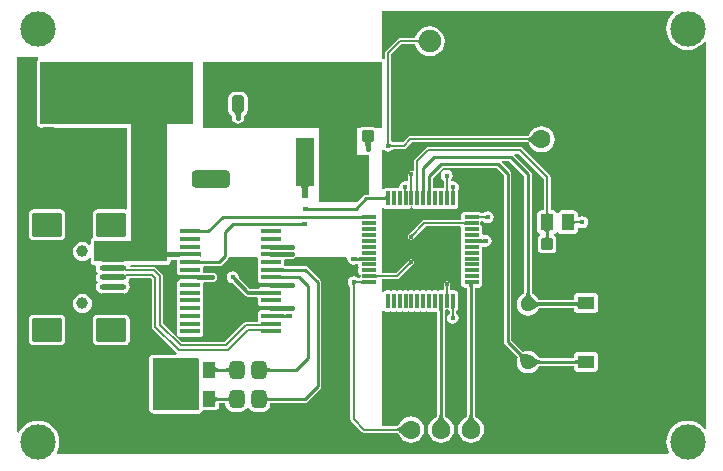
<source format=gtl>
G04*
G04 #@! TF.GenerationSoftware,Altium Limited,Altium Designer,21.0.8 (223)*
G04*
G04 Layer_Physical_Order=1*
G04 Layer_Color=255*
%FSLAX24Y24*%
%MOIN*%
G70*
G04*
G04 #@! TF.SameCoordinates,8C0F5777-7222-4B99-86F0-090FC40BF16C*
G04*
G04*
G04 #@! TF.FilePolarity,Positive*
G04*
G01*
G75*
%ADD11C,0.0118*%
G04:AMPARAMS|DCode=12|XSize=37.4mil|YSize=37.4mil|CornerRadius=1.9mil|HoleSize=0mil|Usage=FLASHONLY|Rotation=180.000|XOffset=0mil|YOffset=0mil|HoleType=Round|Shape=RoundedRectangle|*
%AMROUNDEDRECTD12*
21,1,0.0374,0.0337,0,0,180.0*
21,1,0.0337,0.0374,0,0,180.0*
1,1,0.0037,-0.0168,0.0168*
1,1,0.0037,0.0168,0.0168*
1,1,0.0037,0.0168,-0.0168*
1,1,0.0037,-0.0168,-0.0168*
%
%ADD12ROUNDEDRECTD12*%
G04:AMPARAMS|DCode=13|XSize=43.3mil|YSize=55.1mil|CornerRadius=2.2mil|HoleSize=0mil|Usage=FLASHONLY|Rotation=0.000|XOffset=0mil|YOffset=0mil|HoleType=Round|Shape=RoundedRectangle|*
%AMROUNDEDRECTD13*
21,1,0.0433,0.0508,0,0,0.0*
21,1,0.0390,0.0551,0,0,0.0*
1,1,0.0043,0.0195,-0.0254*
1,1,0.0043,-0.0195,-0.0254*
1,1,0.0043,-0.0195,0.0254*
1,1,0.0043,0.0195,0.0254*
%
%ADD13ROUNDEDRECTD13*%
G04:AMPARAMS|DCode=14|XSize=157.5mil|YSize=63mil|CornerRadius=3.2mil|HoleSize=0mil|Usage=FLASHONLY|Rotation=90.000|XOffset=0mil|YOffset=0mil|HoleType=Round|Shape=RoundedRectangle|*
%AMROUNDEDRECTD14*
21,1,0.1575,0.0567,0,0,90.0*
21,1,0.1512,0.0630,0,0,90.0*
1,1,0.0063,0.0283,0.0756*
1,1,0.0063,0.0283,-0.0756*
1,1,0.0063,-0.0283,-0.0756*
1,1,0.0063,-0.0283,0.0756*
%
%ADD14ROUNDEDRECTD14*%
G04:AMPARAMS|DCode=15|XSize=11.8mil|YSize=47.2mil|CornerRadius=0.6mil|HoleSize=0mil|Usage=FLASHONLY|Rotation=180.000|XOffset=0mil|YOffset=0mil|HoleType=Round|Shape=RoundedRectangle|*
%AMROUNDEDRECTD15*
21,1,0.0118,0.0461,0,0,180.0*
21,1,0.0106,0.0472,0,0,180.0*
1,1,0.0012,-0.0053,0.0230*
1,1,0.0012,0.0053,0.0230*
1,1,0.0012,0.0053,-0.0230*
1,1,0.0012,-0.0053,-0.0230*
%
%ADD15ROUNDEDRECTD15*%
G04:AMPARAMS|DCode=16|XSize=11.8mil|YSize=47.2mil|CornerRadius=0.6mil|HoleSize=0mil|Usage=FLASHONLY|Rotation=90.000|XOffset=0mil|YOffset=0mil|HoleType=Round|Shape=RoundedRectangle|*
%AMROUNDEDRECTD16*
21,1,0.0118,0.0461,0,0,90.0*
21,1,0.0106,0.0472,0,0,90.0*
1,1,0.0012,0.0230,0.0053*
1,1,0.0012,0.0230,-0.0053*
1,1,0.0012,-0.0230,-0.0053*
1,1,0.0012,-0.0230,0.0053*
%
%ADD16ROUNDEDRECTD16*%
G04:AMPARAMS|DCode=17|XSize=43.3mil|YSize=55.1mil|CornerRadius=2.2mil|HoleSize=0mil|Usage=FLASHONLY|Rotation=90.000|XOffset=0mil|YOffset=0mil|HoleType=Round|Shape=RoundedRectangle|*
%AMROUNDEDRECTD17*
21,1,0.0433,0.0508,0,0,90.0*
21,1,0.0390,0.0551,0,0,90.0*
1,1,0.0043,0.0254,0.0195*
1,1,0.0043,0.0254,-0.0195*
1,1,0.0043,-0.0254,-0.0195*
1,1,0.0043,-0.0254,0.0195*
%
%ADD17ROUNDEDRECTD17*%
G04:AMPARAMS|DCode=18|XSize=13.8mil|YSize=65mil|CornerRadius=0.7mil|HoleSize=0mil|Usage=FLASHONLY|Rotation=270.000|XOffset=0mil|YOffset=0mil|HoleType=Round|Shape=RoundedRectangle|*
%AMROUNDEDRECTD18*
21,1,0.0138,0.0636,0,0,270.0*
21,1,0.0124,0.0650,0,0,270.0*
1,1,0.0014,-0.0318,-0.0062*
1,1,0.0014,-0.0318,0.0062*
1,1,0.0014,0.0318,0.0062*
1,1,0.0014,0.0318,-0.0062*
%
%ADD18ROUNDEDRECTD18*%
G04:AMPARAMS|DCode=19|XSize=37.4mil|YSize=37.4mil|CornerRadius=1.9mil|HoleSize=0mil|Usage=FLASHONLY|Rotation=90.000|XOffset=0mil|YOffset=0mil|HoleType=Round|Shape=RoundedRectangle|*
%AMROUNDEDRECTD19*
21,1,0.0374,0.0337,0,0,90.0*
21,1,0.0337,0.0374,0,0,90.0*
1,1,0.0037,0.0168,0.0168*
1,1,0.0037,0.0168,-0.0168*
1,1,0.0037,-0.0168,-0.0168*
1,1,0.0037,-0.0168,0.0168*
%
%ADD19ROUNDEDRECTD19*%
%ADD20O,0.0886X0.0197*%
G04:AMPARAMS|DCode=21|XSize=98.4mil|YSize=78.7mil|CornerRadius=3.9mil|HoleSize=0mil|Usage=FLASHONLY|Rotation=180.000|XOffset=0mil|YOffset=0mil|HoleType=Round|Shape=RoundedRectangle|*
%AMROUNDEDRECTD21*
21,1,0.0984,0.0709,0,0,180.0*
21,1,0.0906,0.0787,0,0,180.0*
1,1,0.0079,-0.0453,0.0354*
1,1,0.0079,0.0453,0.0354*
1,1,0.0079,0.0453,-0.0354*
1,1,0.0079,-0.0453,-0.0354*
%
%ADD21ROUNDEDRECTD21*%
G04:AMPARAMS|DCode=22|XSize=59.1mil|YSize=51.2mil|CornerRadius=12.8mil|HoleSize=0mil|Usage=FLASHONLY|Rotation=90.000|XOffset=0mil|YOffset=0mil|HoleType=Round|Shape=RoundedRectangle|*
%AMROUNDEDRECTD22*
21,1,0.0591,0.0256,0,0,90.0*
21,1,0.0335,0.0512,0,0,90.0*
1,1,0.0256,0.0128,0.0167*
1,1,0.0256,0.0128,-0.0167*
1,1,0.0256,-0.0128,-0.0167*
1,1,0.0256,-0.0128,0.0167*
%
%ADD22ROUNDEDRECTD22*%
G04:AMPARAMS|DCode=23|XSize=129.1mil|YSize=59.1mil|CornerRadius=14.8mil|HoleSize=0mil|Usage=FLASHONLY|Rotation=0.000|XOffset=0mil|YOffset=0mil|HoleType=Round|Shape=RoundedRectangle|*
%AMROUNDEDRECTD23*
21,1,0.1291,0.0295,0,0,0.0*
21,1,0.0996,0.0591,0,0,0.0*
1,1,0.0295,0.0498,-0.0148*
1,1,0.0295,-0.0498,-0.0148*
1,1,0.0295,-0.0498,0.0148*
1,1,0.0295,0.0498,0.0148*
%
%ADD23ROUNDEDRECTD23*%
G04:AMPARAMS|DCode=24|XSize=39.4mil|YSize=59.1mil|CornerRadius=9.8mil|HoleSize=0mil|Usage=FLASHONLY|Rotation=0.000|XOffset=0mil|YOffset=0mil|HoleType=Round|Shape=RoundedRectangle|*
%AMROUNDEDRECTD24*
21,1,0.0394,0.0394,0,0,0.0*
21,1,0.0197,0.0591,0,0,0.0*
1,1,0.0197,0.0098,-0.0197*
1,1,0.0197,-0.0098,-0.0197*
1,1,0.0197,-0.0098,0.0197*
1,1,0.0197,0.0098,0.0197*
%
%ADD24ROUNDEDRECTD24*%
%ADD25C,0.0750*%
%ADD45C,0.0240*%
%ADD46C,0.0065*%
%ADD47C,0.0100*%
%ADD48C,0.0079*%
%ADD49C,0.0200*%
%ADD50C,0.0150*%
%ADD51C,0.0512*%
%ADD52C,0.0630*%
%ADD53C,0.1181*%
%ADD54C,0.0394*%
%ADD55R,0.0630X0.0630*%
%ADD56C,0.0160*%
G36*
X13677Y14280D02*
X13675Y14286D01*
X13672Y14292D01*
X13668Y14296D01*
X13663Y14301D01*
X13657Y14304D01*
X13649Y14307D01*
X13640Y14309D01*
X13631Y14311D01*
X13620Y14312D01*
X13607Y14312D01*
Y14377D01*
X13620Y14378D01*
X13631Y14379D01*
X13640Y14380D01*
X13649Y14383D01*
X13657Y14386D01*
X13663Y14389D01*
X13668Y14393D01*
X13672Y14398D01*
X13675Y14404D01*
X13677Y14410D01*
Y14280D01*
D02*
G37*
G36*
X22178Y15303D02*
X22134Y15267D01*
X22046Y15159D01*
X21980Y15036D01*
X21939Y14903D01*
X21926Y14764D01*
X21939Y14625D01*
X21980Y14491D01*
X22046Y14368D01*
X22134Y14260D01*
X22242Y14172D01*
X22365Y14106D01*
X22499Y14065D01*
X22638Y14052D01*
X22777Y14065D01*
X22910Y14106D01*
X23033Y14172D01*
X23141Y14260D01*
X23210Y14344D01*
X23260Y14326D01*
X23260Y1422D01*
X23210Y1404D01*
X23141Y1488D01*
X23033Y1576D01*
X22910Y1642D01*
X22777Y1683D01*
X22638Y1696D01*
X22499Y1683D01*
X22365Y1642D01*
X22242Y1576D01*
X22134Y1488D01*
X22046Y1380D01*
X21980Y1257D01*
X21939Y1123D01*
X21926Y984D01*
X21939Y845D01*
X21980Y712D01*
X22017Y643D01*
X21991Y600D01*
X12450Y600D01*
Y1295D01*
X12997D01*
X12998Y1287D01*
X13042Y1182D01*
X13111Y1091D01*
X13202Y1022D01*
X13307Y978D01*
X13420Y963D01*
X13533Y978D01*
X13638Y1022D01*
X13729Y1091D01*
X13798Y1182D01*
X13842Y1287D01*
X13857Y1400D01*
X13842Y1513D01*
X13798Y1618D01*
X13729Y1709D01*
X13638Y1778D01*
X13533Y1822D01*
X13420Y1837D01*
X13307Y1822D01*
X13202Y1778D01*
X13111Y1709D01*
X13042Y1618D01*
X12998Y1513D01*
X12997Y1505D01*
X12450D01*
X12450Y5357D01*
X12500Y5373D01*
X12506Y5364D01*
X12547Y5336D01*
X12595Y5327D01*
X12702D01*
X12747Y5336D01*
X12792Y5327D01*
X12898D01*
X12944Y5336D01*
X12989Y5327D01*
X13095D01*
X13141Y5336D01*
X13186Y5327D01*
X13292D01*
X13337Y5336D01*
X13383Y5327D01*
X13489D01*
X13534Y5336D01*
X13580Y5327D01*
X13686D01*
X13731Y5336D01*
X13776Y5327D01*
X13883D01*
X13928Y5336D01*
X13973Y5327D01*
X14080D01*
X14125Y5336D01*
X14170Y5327D01*
X14276D01*
X14297Y5310D01*
Y1818D01*
X14202Y1778D01*
X14111Y1709D01*
X14042Y1618D01*
X13998Y1513D01*
X13983Y1400D01*
X13998Y1287D01*
X14042Y1182D01*
X14111Y1091D01*
X14202Y1022D01*
X14307Y978D01*
X14420Y963D01*
X14533Y978D01*
X14638Y1022D01*
X14729Y1091D01*
X14798Y1182D01*
X14842Y1287D01*
X14857Y1400D01*
X14842Y1513D01*
X14798Y1618D01*
X14729Y1709D01*
X14638Y1778D01*
X14543Y1818D01*
Y5351D01*
X14563Y5364D01*
X14590Y5405D01*
X14591Y5412D01*
X14642D01*
X14644Y5405D01*
X14671Y5364D01*
X14708Y5339D01*
Y5292D01*
X14671Y5267D01*
X14627Y5202D01*
X14612Y5125D01*
X14627Y5047D01*
X14671Y4982D01*
X14736Y4938D01*
X14814Y4923D01*
X14891Y4938D01*
X14957Y4982D01*
X15000Y5047D01*
X15016Y5125D01*
X15000Y5202D01*
X14957Y5267D01*
X14920Y5292D01*
Y5339D01*
X14956Y5364D01*
X14984Y5405D01*
X14993Y5453D01*
Y5914D01*
X14984Y5962D01*
X14956Y6003D01*
X14915Y6031D01*
X14867Y6040D01*
X14761D01*
X14727Y6068D01*
Y6222D01*
X14732Y6247D01*
X14724Y6287D01*
X14701Y6321D01*
X14667Y6344D01*
X14627Y6352D01*
X14586Y6344D01*
X14552Y6321D01*
X14547Y6316D01*
X14524Y6282D01*
X14516Y6242D01*
Y6071D01*
X14478Y6039D01*
X14473Y6040D01*
X14367D01*
X14322Y6031D01*
X14276Y6040D01*
X14170D01*
X14125Y6031D01*
X14080Y6040D01*
X13973D01*
X13928Y6031D01*
X13883Y6040D01*
X13776D01*
X13731Y6031D01*
X13686Y6040D01*
X13580D01*
X13534Y6031D01*
X13489Y6040D01*
X13383D01*
X13337Y6031D01*
X13292Y6040D01*
X13186D01*
X13141Y6031D01*
X13095Y6040D01*
X12989D01*
X12944Y6031D01*
X12898Y6040D01*
X12792D01*
X12747Y6031D01*
X12702Y6040D01*
X12595D01*
X12547Y6031D01*
X12506Y6003D01*
X12500Y5994D01*
X12450Y6010D01*
Y6405D01*
X12950D01*
X12991Y6413D01*
X13025Y6436D01*
X13494Y6905D01*
X13517Y6940D01*
X13525Y6980D01*
X13517Y7020D01*
X13494Y7055D01*
X13460Y7077D01*
X13420Y7085D01*
X13380Y7077D01*
X13345Y7055D01*
X12907Y6616D01*
X12450D01*
Y8783D01*
X12500Y8798D01*
X12506Y8789D01*
X12547Y8762D01*
X12595Y8752D01*
X12702D01*
X12747Y8761D01*
X12792Y8752D01*
X12898D01*
X12944Y8761D01*
X12989Y8752D01*
X13095D01*
X13141Y8761D01*
X13186Y8752D01*
X13292D01*
X13341Y8762D01*
X13382Y8789D01*
X13409Y8830D01*
X13410Y8837D01*
X13461D01*
X13463Y8830D01*
X13490Y8789D01*
X13531Y8762D01*
X13580Y8752D01*
X13686D01*
X13731Y8761D01*
X13776Y8752D01*
X13883D01*
X13928Y8761D01*
X13973Y8752D01*
X14080D01*
X14125Y8761D01*
X14170Y8752D01*
X14276D01*
X14322Y8761D01*
X14367Y8752D01*
X14473D01*
X14519Y8761D01*
X14564Y8752D01*
X14670D01*
X14715Y8761D01*
X14761Y8752D01*
X14867D01*
X14915Y8762D01*
X14956Y8789D01*
X14984Y8830D01*
X14993Y8878D01*
Y9339D01*
X14986Y9378D01*
X15004Y9405D01*
X15020Y9483D01*
X15004Y9560D01*
X14960Y9626D01*
X14895Y9669D01*
X14818Y9685D01*
X14782Y9678D01*
X14766Y9699D01*
X14757Y9724D01*
X14797Y9783D01*
X14812Y9860D01*
X14797Y9937D01*
X14753Y10003D01*
X14687Y10047D01*
X14610Y10062D01*
X14533Y10047D01*
X14467Y10003D01*
X14423Y9937D01*
X14408Y9860D01*
X14423Y9783D01*
X14467Y9717D01*
X14508Y9690D01*
Y9494D01*
X14473Y9465D01*
X14367D01*
X14322Y9456D01*
X14276Y9465D01*
X14170D01*
X14150Y9482D01*
Y9795D01*
X14471Y10117D01*
X16279D01*
X16521Y9874D01*
Y4335D01*
X16521Y4335D01*
X16531Y4288D01*
X16557Y4248D01*
X16986Y3819D01*
X16959Y3753D01*
X16947Y3656D01*
X16959Y3558D01*
X16997Y3467D01*
X17057Y3389D01*
X17135Y3329D01*
X17226Y3291D01*
X17324Y3278D01*
X17421Y3291D01*
X17512Y3329D01*
X17591Y3389D01*
X17650Y3467D01*
X17678Y3532D01*
X18856D01*
Y3467D01*
X18867Y3412D01*
X18898Y3366D01*
X18944Y3335D01*
X18999Y3324D01*
X19507D01*
X19561Y3335D01*
X19608Y3366D01*
X19639Y3412D01*
X19649Y3467D01*
Y3856D01*
X19639Y3911D01*
X19608Y3957D01*
X19561Y3988D01*
X19507Y3999D01*
X18999D01*
X18944Y3988D01*
X18898Y3957D01*
X18867Y3911D01*
X18856Y3856D01*
Y3779D01*
X17678D01*
X17650Y3844D01*
X17591Y3922D01*
X17512Y3982D01*
X17421Y4020D01*
X17324Y4033D01*
X17226Y4020D01*
X17161Y3993D01*
X16768Y4386D01*
Y9926D01*
X16768Y9926D01*
X16758Y9973D01*
X16732Y10013D01*
X16732Y10013D01*
X16438Y10307D01*
X16458Y10357D01*
X16699D01*
X17201Y9855D01*
Y5931D01*
X17135Y5903D01*
X17057Y5844D01*
X16997Y5765D01*
X16959Y5674D01*
X16947Y5577D01*
X16959Y5479D01*
X16997Y5388D01*
X17057Y5310D01*
X17135Y5250D01*
X17226Y5212D01*
X17324Y5200D01*
X17421Y5212D01*
X17512Y5250D01*
X17591Y5310D01*
X17650Y5388D01*
X17674Y5444D01*
X18856D01*
Y5415D01*
X18867Y5361D01*
X18898Y5315D01*
X18944Y5284D01*
X18999Y5273D01*
X19507D01*
X19561Y5284D01*
X19608Y5315D01*
X19639Y5361D01*
X19649Y5415D01*
Y5805D01*
X19639Y5860D01*
X19608Y5906D01*
X19561Y5937D01*
X19507Y5948D01*
X18999D01*
X18944Y5937D01*
X18898Y5906D01*
X18867Y5860D01*
X18856Y5805D01*
Y5709D01*
X17674D01*
X17650Y5765D01*
X17591Y5844D01*
X17512Y5903D01*
X17447Y5931D01*
Y9906D01*
X17447Y9906D01*
X17438Y9953D01*
X17411Y9993D01*
X17411Y9993D01*
X16857Y10548D01*
X16877Y10598D01*
X17013D01*
X17848Y9763D01*
Y8708D01*
X17766D01*
X17711Y8697D01*
X17665Y8667D01*
X17634Y8620D01*
X17623Y8566D01*
Y8058D01*
X17634Y8003D01*
X17665Y7957D01*
X17711Y7926D01*
X17721Y7924D01*
X17721Y7924D01*
X17726Y7872D01*
X17694Y7850D01*
X17663Y7805D01*
X17653Y7752D01*
Y7415D01*
X17663Y7362D01*
X17694Y7317D01*
X17739Y7286D01*
X17792Y7276D01*
X18129D01*
X18182Y7286D01*
X18227Y7317D01*
X18258Y7362D01*
X18268Y7415D01*
Y7752D01*
X18258Y7805D01*
X18227Y7850D01*
X18195Y7872D01*
X18200Y7924D01*
X18200Y7924D01*
X18210Y7926D01*
X18256Y7957D01*
X18277Y7989D01*
X18283Y7990D01*
X18327D01*
X18333Y7989D01*
X18354Y7957D01*
X18400Y7926D01*
X18455Y7915D01*
X18844D01*
X18899Y7926D01*
X18945Y7957D01*
X18976Y8003D01*
X18987Y8058D01*
Y8118D01*
X19031Y8142D01*
X19050Y8129D01*
X19128Y8114D01*
X19205Y8129D01*
X19271Y8173D01*
X19314Y8238D01*
X19330Y8316D01*
X19314Y8393D01*
X19271Y8458D01*
X19205Y8502D01*
X19128Y8518D01*
X19050Y8502D01*
X19031Y8489D01*
X18987Y8513D01*
Y8566D01*
X18976Y8620D01*
X18945Y8667D01*
X18899Y8697D01*
X18844Y8708D01*
X18455D01*
X18400Y8697D01*
X18354Y8667D01*
X18333Y8635D01*
X18327Y8633D01*
X18283D01*
X18277Y8635D01*
X18256Y8667D01*
X18210Y8697D01*
X18155Y8708D01*
X18073D01*
Y9809D01*
X18064Y9852D01*
X18040Y9889D01*
X17139Y10789D01*
X17103Y10814D01*
X17060Y10822D01*
X14000D01*
X13957Y10814D01*
X13921Y10789D01*
X13553Y10422D01*
X13529Y10386D01*
X13520Y10343D01*
Y10052D01*
X13483Y10026D01*
X13470Y10023D01*
X13436Y10030D01*
X13395Y10022D01*
X13361Y9999D01*
X13338Y9965D01*
X13330Y9924D01*
Y9713D01*
X13280Y9676D01*
X13235Y9685D01*
X13158Y9669D01*
X13092Y9626D01*
X13049Y9560D01*
X13033Y9483D01*
X13033Y9482D01*
X12986Y9465D01*
X12944Y9456D01*
X12898Y9465D01*
X12792D01*
X12747Y9456D01*
X12702Y9465D01*
X12595D01*
X12547Y9456D01*
X12506Y9428D01*
X12500Y9420D01*
X12450Y9435D01*
Y10728D01*
X12500Y10743D01*
X12517Y10717D01*
X12583Y10673D01*
X12660Y10658D01*
X12737Y10673D01*
X12803Y10717D01*
X12832Y10761D01*
X13189D01*
X13229Y10769D01*
X13263Y10792D01*
X13444Y10972D01*
X17347D01*
X17348Y10967D01*
X17392Y10862D01*
X17461Y10771D01*
X17552Y10702D01*
X17657Y10658D01*
X17770Y10643D01*
X17883Y10658D01*
X17988Y10702D01*
X18079Y10771D01*
X18148Y10862D01*
X18192Y10967D01*
X18207Y11080D01*
X18192Y11193D01*
X18148Y11298D01*
X18079Y11389D01*
X17988Y11458D01*
X17883Y11502D01*
X17770Y11517D01*
X17657Y11502D01*
X17552Y11458D01*
X17461Y11389D01*
X17392Y11298D01*
X17348Y11193D01*
X17347Y11183D01*
X13400D01*
X13360Y11175D01*
X13326Y11152D01*
X13145Y10972D01*
X12824D01*
X12803Y11003D01*
X12765Y11028D01*
Y13916D01*
X13089Y14239D01*
X13563D01*
X13566Y14216D01*
X13615Y14096D01*
X13694Y13993D01*
X13797Y13914D01*
X13917Y13864D01*
X14046Y13848D01*
X14175Y13864D01*
X14295Y13914D01*
X14398Y13993D01*
X14477Y14096D01*
X14526Y14216D01*
X14543Y14345D01*
X14526Y14474D01*
X14477Y14594D01*
X14398Y14697D01*
X14295Y14776D01*
X14175Y14825D01*
X14046Y14842D01*
X13917Y14825D01*
X13797Y14776D01*
X13694Y14697D01*
X13615Y14594D01*
X13566Y14474D01*
X13563Y14450D01*
X13046D01*
X13046Y14450D01*
X13005Y14442D01*
X12971Y14419D01*
X12585Y14034D01*
X12563Y14000D01*
X12555Y13959D01*
Y13782D01*
X12505Y13756D01*
X12496Y13761D01*
X12450Y13770D01*
Y15350D01*
X22161Y15350D01*
X22178Y15303D01*
D02*
G37*
G36*
X12450Y11467D02*
X12217D01*
X12199Y11479D01*
X12146Y11490D01*
X11809D01*
X11756Y11479D01*
X11738Y11467D01*
X11630D01*
Y10560D01*
X12010Y10560D01*
X12010Y9232D01*
X11919D01*
X11919Y9232D01*
X11879Y9224D01*
X11872Y9223D01*
X11832Y9196D01*
X11832Y9196D01*
X11636Y9000D01*
X10340Y9000D01*
X10340Y11467D01*
X6500D01*
Y13650D01*
X12450D01*
Y11467D01*
D02*
G37*
G36*
X17547Y10858D02*
X17511Y10893D01*
X17413Y10977D01*
X17384Y10998D01*
X17357Y11015D01*
X17332Y11028D01*
X17309Y11037D01*
X17287Y11043D01*
X17268Y11045D01*
X17267Y11110D01*
X17287Y11112D01*
X17309Y11117D01*
X17332Y11127D01*
X17357Y11140D01*
X17383Y11157D01*
X17412Y11178D01*
X17474Y11231D01*
X17508Y11263D01*
X17543Y11299D01*
X17547Y10858D01*
D02*
G37*
G36*
X12113Y10994D02*
X12100Y10990D01*
X12089Y10982D01*
X12079Y10972D01*
X12071Y10958D01*
X12064Y10941D01*
X12059Y10922D01*
X12055Y10899D01*
X12053Y10873D01*
X12052Y10845D01*
X11902D01*
X11902Y10873D01*
X11899Y10899D01*
X11896Y10922D01*
X11890Y10941D01*
X11884Y10958D01*
X11875Y10972D01*
X11866Y10982D01*
X11854Y10990D01*
X11842Y10994D01*
X11827Y10996D01*
X12127D01*
X12113Y10994D01*
D02*
G37*
G36*
X12693Y10973D02*
X12693Y10965D01*
X12695Y10958D01*
X12696Y10951D01*
X12698Y10945D01*
X12701Y10938D01*
X12704Y10933D01*
X12708Y10927D01*
X12712Y10922D01*
X12714Y10919D01*
X12718Y10916D01*
X12723Y10912D01*
X12729Y10909D01*
X12735Y10906D01*
X12741Y10904D01*
X12748Y10902D01*
X12755Y10901D01*
X12762Y10899D01*
X12770Y10899D01*
X12778Y10899D01*
X12784Y10834D01*
X12775Y10833D01*
X12768Y10833D01*
X12761Y10831D01*
X12754Y10830D01*
X12747Y10827D01*
X12741Y10825D01*
X12736Y10821D01*
X12730Y10818D01*
X12726Y10813D01*
X12721Y10809D01*
X12713Y10917D01*
X12604D01*
X12608Y10922D01*
X12612Y10927D01*
X12616Y10933D01*
X12619Y10938D01*
X12622Y10945D01*
X12624Y10951D01*
X12625Y10958D01*
X12627Y10965D01*
X12627Y10973D01*
X12628Y10981D01*
X12693D01*
X12693Y10973D01*
D02*
G37*
G36*
X13484Y9881D02*
X13481Y9875D01*
X13478Y9869D01*
X13476Y9863D01*
X13473Y9856D01*
X13472Y9850D01*
X13470Y9843D01*
X13469Y9835D01*
X13469Y9828D01*
X13468Y9820D01*
X13403Y9810D01*
X13403Y9818D01*
X13402Y9826D01*
X13401Y9833D01*
X13399Y9840D01*
X13397Y9846D01*
X13394Y9852D01*
X13391Y9857D01*
X13387Y9862D01*
X13382Y9867D01*
X13377Y9871D01*
X13488Y9886D01*
X13484Y9881D01*
D02*
G37*
G36*
X14664Y9800D02*
X14660Y9795D01*
X14657Y9789D01*
X14654Y9783D01*
X14652Y9777D01*
X14650Y9770D01*
X14648Y9764D01*
X14647Y9756D01*
X14646Y9749D01*
X14646Y9741D01*
X14581Y9737D01*
X14581Y9745D01*
X14580Y9753D01*
X14579Y9760D01*
X14577Y9767D01*
X14575Y9774D01*
X14572Y9780D01*
X14569Y9786D01*
X14565Y9791D01*
X14561Y9796D01*
X14557Y9801D01*
X14668Y9805D01*
X14664Y9800D01*
D02*
G37*
G36*
X10063Y9544D02*
X10046Y9538D01*
X10031Y9528D01*
X10018Y9513D01*
X10007Y9495D01*
X9998Y9473D01*
X9991Y9447D01*
X9986Y9417D01*
X9983Y9383D01*
X9982Y9344D01*
X9782D01*
X9781Y9383D01*
X9778Y9417D01*
X9773Y9447D01*
X9766Y9473D01*
X9757Y9495D01*
X9746Y9513D01*
X9733Y9528D01*
X9718Y9538D01*
X9701Y9544D01*
X9682Y9546D01*
X10082D01*
X10063Y9544D01*
D02*
G37*
G36*
X12591Y9009D02*
X12590Y9018D01*
X12587Y9027D01*
X12582Y9034D01*
X12575Y9041D01*
X12566Y9046D01*
X12555Y9051D01*
X12542Y9054D01*
X12527Y9057D01*
X12509Y9058D01*
X12490Y9059D01*
Y9159D01*
X12509Y9159D01*
X12527Y9161D01*
X12542Y9163D01*
X12555Y9167D01*
X12566Y9171D01*
X12575Y9177D01*
X12582Y9183D01*
X12587Y9191D01*
X12590Y9199D01*
X12591Y9209D01*
Y9009D01*
D02*
G37*
G36*
X979Y13820D02*
X979Y13737D01*
X977Y13735D01*
X951Y13696D01*
X942Y13650D01*
X942Y11590D01*
X944Y11580D01*
X943Y11570D01*
X948Y11557D01*
X951Y11544D01*
X956Y11535D01*
X960Y11526D01*
X969Y11516D01*
X977Y11504D01*
X981Y11502D01*
X981Y11490D01*
X996D01*
X1005Y11486D01*
X1016Y11478D01*
X1026Y11476D01*
X1035Y11472D01*
X1085Y11461D01*
X1087Y11461D01*
X1088Y11460D01*
X1110D01*
X1132Y11459D01*
X1134Y11460D01*
X1135D01*
X1156Y11468D01*
X1167Y11473D01*
X1191Y11478D01*
X1504D01*
X1525Y11473D01*
X1531Y11471D01*
X1541Y11464D01*
X1552Y11462D01*
X1563Y11457D01*
X1575D01*
X1587Y11455D01*
X3955D01*
X3955Y8775D01*
X3905Y8734D01*
X3884Y8738D01*
X2978D01*
X2917Y8726D01*
X2865Y8691D01*
X2830Y8639D01*
X2818Y8577D01*
Y7868D01*
X2829Y7812D01*
X2824Y7811D01*
X2785Y7785D01*
X2759Y7746D01*
X2750Y7700D01*
Y7570D01*
X2700Y7553D01*
X2693Y7562D01*
X2627Y7612D01*
X2551Y7644D01*
X2468Y7655D01*
X2386Y7644D01*
X2310Y7612D01*
X2244Y7562D01*
X2193Y7496D01*
X2162Y7419D01*
X2151Y7337D01*
X2162Y7255D01*
X2184Y7200D01*
X2163Y7162D01*
X2205D01*
X2244Y7112D01*
X2310Y7062D01*
X2386Y7030D01*
X2468Y7019D01*
X2551Y7030D01*
X2627Y7062D01*
X2693Y7112D01*
X2700Y7121D01*
X2750Y7104D01*
Y7010D01*
X2759Y6964D01*
X2785Y6925D01*
X2824Y6899D01*
X2870Y6890D01*
X2889D01*
X2926Y6840D01*
X2915Y6786D01*
X2932Y6701D01*
X2953Y6669D01*
X2979Y6628D01*
X2953Y6587D01*
X2932Y6555D01*
X2915Y6471D01*
X2932Y6386D01*
X2953Y6354D01*
X2979Y6313D01*
X2953Y6272D01*
X2932Y6240D01*
X2915Y6156D01*
X2932Y6071D01*
X2980Y6000D01*
X3051Y5952D01*
X3136Y5935D01*
X3825D01*
X3909Y5952D01*
X3981Y6000D01*
X4029Y6071D01*
X4046Y6156D01*
X4029Y6240D01*
X4007Y6272D01*
X3982Y6313D01*
X4007Y6354D01*
X4029Y6386D01*
X4040Y6440D01*
X4746D01*
X4780Y6407D01*
Y4828D01*
X4788Y4787D01*
X4810Y4753D01*
X5596Y3968D01*
X5627Y3947D01*
X5628Y3943D01*
X5599Y3897D01*
X4810Y3897D01*
X4764Y3888D01*
X4725Y3862D01*
X4699Y3823D01*
X4690Y3776D01*
Y2091D01*
X4699Y2045D01*
X4725Y2006D01*
X4725Y2006D01*
X4760Y1971D01*
X4760Y1971D01*
X4799Y1945D01*
X4845Y1935D01*
X4845Y1935D01*
X6338Y1935D01*
X6384Y1945D01*
X6423Y1971D01*
X6449Y2010D01*
X6485Y2037D01*
X6874D01*
X6929Y2048D01*
X6975Y2079D01*
X7006Y2125D01*
X7017Y2180D01*
Y2293D01*
X7230D01*
Y2248D01*
X7249Y2152D01*
X7304Y2071D01*
X7385Y2017D01*
X7481Y1998D01*
X7737D01*
X7833Y2017D01*
X7914Y2071D01*
X7954Y2131D01*
X8012D01*
X8052Y2071D01*
X8133Y2017D01*
X8229Y1998D01*
X8485D01*
X8581Y2017D01*
X8662Y2071D01*
X8717Y2152D01*
X8736Y2248D01*
Y2293D01*
X9873D01*
X9873Y2293D01*
X9920Y2302D01*
X9960Y2329D01*
X10393Y2762D01*
X10420Y2802D01*
X10429Y2849D01*
X10429Y2849D01*
Y6313D01*
X10429Y6313D01*
X10420Y6361D01*
X10393Y6401D01*
X10393Y6401D01*
X9980Y6814D01*
X9940Y6841D01*
X9893Y6850D01*
X9893Y6850D01*
X9229D01*
X9226Y6851D01*
X9192Y6900D01*
X9196Y6921D01*
Y7045D01*
X9195Y7051D01*
X9227Y7090D01*
X9444D01*
X9444Y7090D01*
X9500Y7101D01*
X9549Y7133D01*
X9568Y7162D01*
X11268D01*
X11299Y7124D01*
X11295Y7101D01*
X11310Y7023D01*
X11354Y6958D01*
X11420Y6914D01*
X11497Y6899D01*
X11574Y6914D01*
X11612Y6939D01*
X11662Y6913D01*
Y6851D01*
X11671Y6806D01*
X11662Y6760D01*
Y6654D01*
X11671Y6606D01*
X11699Y6565D01*
X11740Y6537D01*
X11747Y6536D01*
Y6485D01*
X11740Y6483D01*
X11699Y6456D01*
X11697D01*
X11643Y6462D01*
X11586Y6500D01*
X11509Y6515D01*
X11432Y6500D01*
X11366Y6456D01*
X11322Y6391D01*
X11307Y6313D01*
X11322Y6236D01*
X11366Y6171D01*
X11403Y6146D01*
Y1741D01*
X11411Y1701D01*
X11434Y1667D01*
X11775Y1325D01*
X11810Y1303D01*
X11850Y1295D01*
X12449D01*
Y600D01*
X1631Y600D01*
X1605Y643D01*
X1642Y712D01*
X1683Y845D01*
X1696Y984D01*
X1683Y1123D01*
X1642Y1257D01*
X1576Y1380D01*
X1488Y1488D01*
X1380Y1576D01*
X1257Y1642D01*
X1123Y1683D01*
X984Y1696D01*
X845Y1683D01*
X712Y1642D01*
X589Y1576D01*
X481Y1488D01*
X392Y1380D01*
X345Y1291D01*
X295Y1304D01*
X299Y7162D01*
X300D01*
X300Y13820D01*
X979Y13820D01*
D02*
G37*
G36*
X9941Y8823D02*
X9943Y8822D01*
X9946Y8821D01*
X9951Y8820D01*
X9955Y8820D01*
X9968Y8819D01*
X9993Y8818D01*
Y8718D01*
X9983Y8718D01*
X9951Y8716D01*
X9946Y8715D01*
X9943Y8714D01*
X9941Y8713D01*
X9939Y8712D01*
Y8824D01*
X9941Y8823D01*
D02*
G37*
G36*
X18000Y8652D02*
X18002Y8638D01*
X18003Y8626D01*
X18006Y8616D01*
X18010Y8607D01*
X18014Y8600D01*
X18019Y8594D01*
X18025Y8590D01*
X18032Y8588D01*
X18039Y8587D01*
X17882D01*
X17889Y8588D01*
X17896Y8590D01*
X17902Y8594D01*
X17907Y8600D01*
X17911Y8607D01*
X17915Y8616D01*
X17918Y8626D01*
X17920Y8638D01*
X17921Y8652D01*
X17921Y8667D01*
X18000D01*
X18000Y8652D01*
D02*
G37*
G36*
X11785Y8422D02*
X11783Y8423D01*
X11780Y8424D01*
X11774Y8425D01*
X11767Y8426D01*
X11747Y8428D01*
X11683Y8429D01*
Y8529D01*
X11702Y8529D01*
X11783Y8534D01*
X11785Y8535D01*
Y8422D01*
D02*
G37*
G36*
X19073Y8257D02*
X19068Y8261D01*
X19063Y8265D01*
X19057Y8268D01*
X19051Y8271D01*
X19045Y8274D01*
X19038Y8276D01*
X19031Y8277D01*
X19024Y8278D01*
X19016Y8279D01*
X19008Y8279D01*
X19005Y8344D01*
X19013Y8345D01*
X19021Y8345D01*
X19028Y8347D01*
X19035Y8348D01*
X19041Y8351D01*
X19047Y8353D01*
X19053Y8356D01*
X19059Y8360D01*
X19063Y8364D01*
X19068Y8369D01*
X19073Y8257D01*
D02*
G37*
G36*
X18866Y8371D02*
X18868Y8365D01*
X18871Y8360D01*
X18876Y8356D01*
X18882Y8353D01*
X18889Y8350D01*
X18898Y8347D01*
X18908Y8346D01*
X18919Y8345D01*
X18932Y8344D01*
Y8279D01*
X18919Y8279D01*
X18908Y8278D01*
X18898Y8276D01*
X18889Y8274D01*
X18882Y8271D01*
X18876Y8268D01*
X18871Y8263D01*
X18868Y8259D01*
X18866Y8253D01*
X18865Y8247D01*
Y8377D01*
X18866Y8371D01*
D02*
G37*
G36*
X9825Y8205D02*
X9823Y8206D01*
X9821Y8207D01*
X9818Y8208D01*
X9814Y8208D01*
X9809Y8209D01*
X9796Y8210D01*
X9772Y8211D01*
Y8311D01*
X9781Y8311D01*
X9814Y8313D01*
X9818Y8314D01*
X9821Y8314D01*
X9823Y8315D01*
X9825Y8317D01*
Y8205D01*
D02*
G37*
G36*
X6375Y8070D02*
X6379Y8067D01*
X6385Y8064D01*
X6393Y8062D01*
X6402Y8060D01*
X6413Y8059D01*
X6440Y8057D01*
X6475Y8056D01*
Y7956D01*
X6457Y7956D01*
X6402Y7952D01*
X6393Y7950D01*
X6385Y7948D01*
X6379Y7946D01*
X6375Y7943D01*
X6373Y7940D01*
Y8073D01*
X6375Y8070D01*
D02*
G37*
G36*
X18051Y8036D02*
X18043Y8033D01*
X18035Y8028D01*
X18029Y8021D01*
X18023Y8012D01*
X18019Y8001D01*
X18015Y7987D01*
X18013Y7972D01*
X18011Y7955D01*
X18011Y7936D01*
X17911D01*
X17910Y7955D01*
X17909Y7972D01*
X17906Y7987D01*
X17903Y8001D01*
X17898Y8012D01*
X17893Y8021D01*
X17886Y8028D01*
X17879Y8033D01*
X17870Y8036D01*
X17861Y8037D01*
X18061D01*
X18051Y8036D01*
D02*
G37*
G36*
X18011Y7852D02*
X18013Y7834D01*
X18015Y7819D01*
X18019Y7806D01*
X18023Y7795D01*
X18029Y7786D01*
X18035Y7779D01*
X18043Y7774D01*
X18051Y7771D01*
X18061Y7770D01*
X17861D01*
X17870Y7771D01*
X17879Y7774D01*
X17886Y7779D01*
X17893Y7786D01*
X17898Y7795D01*
X17903Y7806D01*
X17906Y7819D01*
X17909Y7834D01*
X17910Y7852D01*
X17911Y7871D01*
X18011D01*
X18011Y7852D01*
D02*
G37*
G36*
X6170Y11576D02*
X5280D01*
X5280Y7700D01*
D01*
Y7320D01*
X5676D01*
X5684Y7315D01*
X5733Y7305D01*
X6369D01*
X6405Y7312D01*
Y7165D01*
X6369Y7172D01*
X5733D01*
X5684Y7162D01*
X5680Y7160D01*
X5290Y7160D01*
Y7010D01*
X2870D01*
Y7700D01*
X4075D01*
X4075Y11576D01*
X1587D01*
X1569Y11587D01*
X1516Y11598D01*
X1179D01*
X1126Y11587D01*
X1112Y11578D01*
X1062Y11590D01*
X1062Y13650D01*
X6170Y13650D01*
X6170Y11576D01*
D02*
G37*
G36*
X11556Y7156D02*
X11558Y7155D01*
X11561Y7154D01*
X11565Y7153D01*
X11570Y7152D01*
X11583Y7151D01*
X11607Y7151D01*
Y7051D01*
X11598Y7051D01*
X11565Y7049D01*
X11561Y7048D01*
X11558Y7047D01*
X11556Y7046D01*
X11554Y7045D01*
Y7157D01*
X11556Y7156D01*
D02*
G37*
G36*
X11785Y7044D02*
X11783Y7045D01*
X11780Y7046D01*
X11774Y7047D01*
X11767Y7048D01*
X11747Y7050D01*
X11683Y7051D01*
Y7151D01*
X11702Y7151D01*
X11783Y7156D01*
X11785Y7158D01*
Y7044D01*
D02*
G37*
G36*
X6375Y7046D02*
X6379Y7043D01*
X6385Y7041D01*
X6393Y7039D01*
X6402Y7037D01*
X6413Y7035D01*
X6440Y7033D01*
X6475Y7033D01*
Y6933D01*
X6457Y6933D01*
X6402Y6929D01*
X6393Y6927D01*
X6385Y6925D01*
X6379Y6922D01*
X6375Y6919D01*
X6373Y6916D01*
Y7049D01*
X6375Y7046D01*
D02*
G37*
G36*
X13419Y6900D02*
X13413Y6900D01*
X13406Y6899D01*
X13400Y6898D01*
X13393Y6896D01*
X13387Y6893D01*
X13381Y6890D01*
X13375Y6886D01*
X13369Y6882D01*
X13363Y6877D01*
X13357Y6871D01*
X13311Y6917D01*
X13317Y6923D01*
X13322Y6929D01*
X13326Y6935D01*
X13330Y6941D01*
X13333Y6947D01*
X13336Y6954D01*
X13338Y6960D01*
X13339Y6966D01*
X13340Y6973D01*
X13340Y6979D01*
X13419Y6900D01*
D02*
G37*
G36*
X8328Y7112D02*
X8315Y7093D01*
X8305Y7045D01*
Y6921D01*
X8315Y6872D01*
X8327Y6855D01*
X8315Y6838D01*
X8305Y6789D01*
Y6665D01*
X8315Y6616D01*
X8327Y6599D01*
X8315Y6582D01*
X8305Y6533D01*
Y6409D01*
X8315Y6360D01*
X8343Y6319D01*
X8384Y6291D01*
X8433Y6281D01*
X8564D01*
X8605Y6231D01*
X8602Y6215D01*
X8605Y6199D01*
X8564Y6149D01*
X8433D01*
X8384Y6139D01*
X8343Y6111D01*
X8330Y6092D01*
X8056D01*
X7680Y6468D01*
X7682Y6480D01*
X7667Y6557D01*
X7623Y6623D01*
X7557Y6667D01*
X7480Y6682D01*
X7403Y6667D01*
X7337Y6623D01*
X7293Y6557D01*
X7278Y6480D01*
X7293Y6403D01*
X7337Y6337D01*
X7403Y6293D01*
X7480Y6278D01*
X7492Y6280D01*
X7907Y5865D01*
X7950Y5837D01*
X8001Y5827D01*
X8001Y5827D01*
X8268D01*
X8308Y5777D01*
X8305Y5765D01*
Y5641D01*
X8315Y5592D01*
X8343Y5551D01*
X8384Y5523D01*
X8433Y5514D01*
X8564D01*
X8605Y5464D01*
X8602Y5447D01*
X8605Y5431D01*
X8564Y5381D01*
X8433D01*
X8384Y5371D01*
X8343Y5343D01*
X8315Y5302D01*
X8305Y5253D01*
Y5129D01*
X8315Y5081D01*
X8327Y5063D01*
X8315Y5046D01*
X8305Y4997D01*
Y4995D01*
X7921D01*
X7880Y4987D01*
X7846Y4965D01*
X7194Y4312D01*
X5783D01*
X5155Y4940D01*
Y6519D01*
X5147Y6559D01*
X5125Y6593D01*
X4932Y6785D01*
X4898Y6808D01*
X4858Y6816D01*
X4080D01*
X4067Y6841D01*
X4098Y6890D01*
X5290D01*
X5336Y6899D01*
X5375Y6925D01*
X5401Y6964D01*
X5410Y7010D01*
Y7040D01*
X5605Y7040D01*
Y6921D01*
X5615Y6872D01*
X5627Y6855D01*
X5615Y6838D01*
X5605Y6789D01*
Y6665D01*
X5615Y6616D01*
X5643Y6575D01*
X5684Y6547D01*
X5733Y6537D01*
X6134D01*
X6175Y6487D01*
X6171Y6471D01*
X6175Y6454D01*
X6134Y6404D01*
X5733D01*
X5684Y6395D01*
X5643Y6367D01*
X5615Y6326D01*
X5605Y6277D01*
Y6153D01*
X5615Y6104D01*
X5627Y6087D01*
X5615Y6070D01*
X5605Y6021D01*
Y5897D01*
X5615Y5848D01*
X5627Y5831D01*
X5615Y5814D01*
X5605Y5765D01*
Y5641D01*
X5615Y5592D01*
X5627Y5575D01*
X5615Y5558D01*
X5605Y5509D01*
Y5385D01*
X5615Y5336D01*
X5627Y5319D01*
X5615Y5302D01*
X5605Y5253D01*
Y5129D01*
X5615Y5081D01*
X5627Y5063D01*
X5615Y5046D01*
X5605Y4997D01*
Y4873D01*
X5615Y4825D01*
X5627Y4807D01*
X5615Y4790D01*
X5605Y4742D01*
Y4618D01*
X5615Y4569D01*
X5643Y4527D01*
X5684Y4500D01*
X5733Y4490D01*
X6369D01*
X6417Y4500D01*
X6459Y4527D01*
X6486Y4569D01*
X6496Y4618D01*
Y4742D01*
X6486Y4790D01*
X6475Y4807D01*
X6486Y4825D01*
X6496Y4873D01*
Y4997D01*
X6486Y5046D01*
X6475Y5063D01*
X6486Y5081D01*
X6496Y5129D01*
Y5253D01*
X6486Y5302D01*
X6475Y5319D01*
X6486Y5336D01*
X6496Y5385D01*
Y5509D01*
X6486Y5558D01*
X6475Y5575D01*
X6486Y5592D01*
X6496Y5641D01*
Y5765D01*
X6486Y5814D01*
X6475Y5831D01*
X6486Y5848D01*
X6496Y5897D01*
Y6021D01*
X6486Y6070D01*
X6475Y6087D01*
X6486Y6104D01*
X6496Y6153D01*
Y6277D01*
X6495Y6283D01*
X6527Y6322D01*
X6802D01*
X6859Y6333D01*
X6907Y6366D01*
X6939Y6414D01*
X6951Y6471D01*
X6939Y6528D01*
X6907Y6576D01*
X6859Y6608D01*
X6802Y6620D01*
X6527D01*
X6495Y6658D01*
X6496Y6665D01*
Y6789D01*
X6492Y6809D01*
X6526Y6858D01*
X6529Y6859D01*
X7033D01*
X7033Y6859D01*
X7080Y6869D01*
X7120Y6896D01*
X7307Y7083D01*
X7307Y7083D01*
X7334Y7123D01*
X7342Y7162D01*
X8301D01*
X8328Y7112D01*
D02*
G37*
G36*
X9075Y6790D02*
X9079Y6787D01*
X9085Y6785D01*
X9093Y6783D01*
X9102Y6781D01*
X9113Y6779D01*
X9140Y6777D01*
X9175Y6777D01*
Y6677D01*
X9157Y6677D01*
X9102Y6673D01*
X9093Y6671D01*
X9085Y6669D01*
X9079Y6666D01*
X9075Y6664D01*
X9073Y6660D01*
Y6793D01*
X9075Y6790D01*
D02*
G37*
G36*
X12255Y6562D02*
X12258Y6558D01*
X12263Y6555D01*
X12268Y6551D01*
X12274Y6549D01*
X12281Y6547D01*
X12289Y6545D01*
X12298Y6544D01*
X12308Y6543D01*
X12319Y6543D01*
Y6478D01*
X12308Y6477D01*
X12289Y6476D01*
X12281Y6474D01*
X12274Y6472D01*
X12268Y6469D01*
X12263Y6466D01*
X12258Y6462D01*
X12255Y6458D01*
X12252Y6453D01*
Y6567D01*
X12255Y6562D01*
D02*
G37*
G36*
X9075Y6534D02*
X9079Y6531D01*
X9085Y6529D01*
X9093Y6527D01*
X9102Y6525D01*
X9113Y6523D01*
X9140Y6522D01*
X9175Y6521D01*
Y6421D01*
X9157Y6421D01*
X9102Y6417D01*
X9093Y6415D01*
X9085Y6413D01*
X9079Y6410D01*
X9075Y6408D01*
X9073Y6405D01*
Y6537D01*
X9075Y6534D01*
D02*
G37*
G36*
X11571Y6365D02*
X11576Y6361D01*
X11581Y6357D01*
X11587Y6354D01*
X11593Y6352D01*
X11600Y6350D01*
X11607Y6348D01*
X11614Y6347D01*
X11622Y6346D01*
X11630Y6346D01*
X11630Y6281D01*
X11622Y6281D01*
X11614Y6280D01*
X11607Y6279D01*
X11600Y6277D01*
X11593Y6275D01*
X11587Y6272D01*
X11581Y6269D01*
X11576Y6266D01*
X11571Y6262D01*
X11566Y6257D01*
X11566Y6369D01*
X11571Y6365D01*
D02*
G37*
G36*
X11785Y6257D02*
X11782Y6261D01*
X11779Y6265D01*
X11774Y6269D01*
X11769Y6272D01*
X11763Y6275D01*
X11756Y6277D01*
X11748Y6279D01*
X11739Y6280D01*
X11729Y6281D01*
X11718Y6281D01*
Y6346D01*
X11729Y6346D01*
X11748Y6348D01*
X11756Y6350D01*
X11763Y6352D01*
X11769Y6355D01*
X11774Y6358D01*
X11779Y6361D01*
X11782Y6366D01*
X11785Y6370D01*
Y6257D01*
D02*
G37*
G36*
X11560Y6252D02*
X11556Y6246D01*
X11553Y6241D01*
X11550Y6235D01*
X11547Y6229D01*
X11545Y6222D01*
X11543Y6215D01*
X11542Y6208D01*
X11542Y6200D01*
X11541Y6192D01*
X11476D01*
X11476Y6200D01*
X11475Y6208D01*
X11474Y6215D01*
X11473Y6222D01*
X11470Y6229D01*
X11468Y6235D01*
X11465Y6241D01*
X11461Y6246D01*
X11457Y6252D01*
X11453Y6256D01*
X11565D01*
X11560Y6252D01*
D02*
G37*
G36*
X14679Y6186D02*
X14674Y6182D01*
X14670Y6177D01*
X14666Y6172D01*
X14663Y6166D01*
X14661Y6160D01*
X14658Y6153D01*
X14657Y6147D01*
X14655Y6139D01*
X14655Y6132D01*
X14654Y6124D01*
X14589Y6128D01*
X14589Y6136D01*
X14588Y6144D01*
X14587Y6151D01*
X14586Y6158D01*
X14584Y6165D01*
X14581Y6171D01*
X14579Y6177D01*
X14575Y6183D01*
X14572Y6188D01*
X14567Y6193D01*
X14679Y6186D01*
D02*
G37*
G36*
X14655Y5973D02*
X14656Y5953D01*
X14657Y5945D01*
X14659Y5938D01*
X14661Y5932D01*
X14664Y5927D01*
X14667Y5923D01*
X14670Y5919D01*
X14674Y5917D01*
X14560D01*
X14566Y5920D01*
X14571Y5924D01*
X14575Y5928D01*
X14579Y5934D01*
X14582Y5940D01*
X14585Y5947D01*
X14587Y5955D01*
X14588Y5964D01*
X14589Y5973D01*
X14589Y5984D01*
X14654D01*
X14655Y5973D01*
D02*
G37*
G36*
X8429Y5893D02*
X8427Y5894D01*
X8423Y5895D01*
X8416Y5896D01*
X8408Y5897D01*
X8368Y5899D01*
X8309Y5900D01*
Y6018D01*
X8331Y6018D01*
X8427Y6024D01*
X8429Y6025D01*
Y5893D01*
D02*
G37*
G36*
X17375Y5962D02*
X17379Y5942D01*
X17385Y5921D01*
X17394Y5900D01*
X17406Y5878D01*
X17420Y5856D01*
X17437Y5833D01*
X17456Y5809D01*
X17503Y5760D01*
X17145D01*
X17169Y5785D01*
X17211Y5833D01*
X17227Y5856D01*
X17241Y5878D01*
X17253Y5900D01*
X17262Y5921D01*
X17269Y5942D01*
X17272Y5962D01*
X17274Y5981D01*
X17374D01*
X17375Y5962D01*
D02*
G37*
G36*
X18978Y5459D02*
X18977Y5470D01*
X18973Y5480D01*
X18967Y5489D01*
X18959Y5496D01*
X18948Y5503D01*
X18935Y5508D01*
X18920Y5512D01*
X18902Y5515D01*
X18881Y5517D01*
X18859Y5518D01*
Y5636D01*
X18881Y5636D01*
X18902Y5638D01*
X18920Y5641D01*
X18935Y5645D01*
X18948Y5651D01*
X18959Y5657D01*
X18967Y5665D01*
X18973Y5674D01*
X18977Y5684D01*
X18978Y5695D01*
Y5459D01*
D02*
G37*
G36*
X17530Y5733D02*
X17576Y5695D01*
X17598Y5679D01*
X17620Y5666D01*
X17642Y5655D01*
X17664Y5647D01*
X17685Y5641D01*
X17706Y5637D01*
X17726Y5636D01*
Y5518D01*
X17706Y5517D01*
X17685Y5513D01*
X17664Y5507D01*
X17642Y5498D01*
X17620Y5488D01*
X17598Y5474D01*
X17576Y5459D01*
X17553Y5441D01*
X17530Y5420D01*
X17507Y5398D01*
Y5756D01*
X17530Y5733D01*
D02*
G37*
G36*
X14866Y5447D02*
X14862Y5444D01*
X14858Y5439D01*
X14855Y5434D01*
X14852Y5428D01*
X14850Y5421D01*
X14848Y5413D01*
X14847Y5404D01*
X14847Y5394D01*
X14846Y5383D01*
X14781D01*
X14781Y5394D01*
X14779Y5413D01*
X14777Y5421D01*
X14775Y5428D01*
X14773Y5434D01*
X14769Y5439D01*
X14766Y5444D01*
X14762Y5447D01*
X14757Y5450D01*
X14871D01*
X14866Y5447D01*
D02*
G37*
G36*
X14476Y5448D02*
X14474Y5445D01*
X14473Y5439D01*
X14473Y5432D01*
X14471Y5412D01*
X14470Y5348D01*
X14370D01*
X14370Y5367D01*
X14365Y5448D01*
X14363Y5450D01*
X14477D01*
X14476Y5448D01*
D02*
G37*
G36*
X14847Y5238D02*
X14847Y5230D01*
X14848Y5223D01*
X14850Y5216D01*
X14852Y5209D01*
X14855Y5203D01*
X14858Y5197D01*
X14861Y5192D01*
X14865Y5186D01*
X14870Y5182D01*
X14758D01*
X14762Y5186D01*
X14766Y5192D01*
X14770Y5197D01*
X14773Y5203D01*
X14775Y5209D01*
X14778Y5216D01*
X14779Y5223D01*
X14780Y5230D01*
X14781Y5238D01*
X14781Y5246D01*
X14846D01*
X14847Y5238D01*
D02*
G37*
G36*
X9324Y5135D02*
X9322Y5136D01*
X9320Y5138D01*
X9316Y5138D01*
X9312Y5139D01*
X9307Y5140D01*
X9295Y5141D01*
X9270Y5141D01*
Y5241D01*
X9279Y5241D01*
X9312Y5243D01*
X9316Y5244D01*
X9320Y5245D01*
X9322Y5246D01*
X9324Y5247D01*
Y5135D01*
D02*
G37*
G36*
X9075Y5255D02*
X9079Y5252D01*
X9085Y5249D01*
X9093Y5247D01*
X9102Y5245D01*
X9113Y5244D01*
X9140Y5242D01*
X9175Y5241D01*
Y5141D01*
X9157Y5141D01*
X9102Y5137D01*
X9093Y5135D01*
X9085Y5133D01*
X9079Y5131D01*
X9075Y5128D01*
X9073Y5125D01*
Y5258D01*
X9075Y5255D01*
D02*
G37*
G36*
X17088Y3964D02*
X17105Y3953D01*
X17124Y3943D01*
X17145Y3934D01*
X17169Y3927D01*
X17195Y3921D01*
X17223Y3917D01*
X17253Y3913D01*
X17321Y3911D01*
X17068Y3658D01*
X17068Y3693D01*
X17063Y3756D01*
X17058Y3785D01*
X17052Y3811D01*
X17045Y3834D01*
X17037Y3856D01*
X17027Y3875D01*
X17015Y3892D01*
X17002Y3906D01*
X17073Y3977D01*
X17088Y3964D01*
D02*
G37*
G36*
X18978Y3556D02*
X18977Y3565D01*
X18974Y3574D01*
X18969Y3581D01*
X18962Y3588D01*
X18953Y3593D01*
X18942Y3598D01*
X18928Y3601D01*
X18913Y3604D01*
X18896Y3605D01*
X18877Y3606D01*
Y3706D01*
X18896Y3706D01*
X18913Y3708D01*
X18928Y3710D01*
X18942Y3714D01*
X18953Y3718D01*
X18962Y3724D01*
X18969Y3730D01*
X18974Y3738D01*
X18977Y3746D01*
X18978Y3756D01*
Y3556D01*
D02*
G37*
G36*
X17532Y3810D02*
X17580Y3769D01*
X17603Y3752D01*
X17625Y3738D01*
X17647Y3726D01*
X17668Y3717D01*
X17689Y3711D01*
X17709Y3707D01*
X17728Y3706D01*
Y3606D01*
X17709Y3604D01*
X17689Y3600D01*
X17668Y3594D01*
X17647Y3585D01*
X17625Y3573D01*
X17603Y3559D01*
X17580Y3542D01*
X17556Y3523D01*
X17507Y3476D01*
Y3835D01*
X17532Y3810D01*
D02*
G37*
G36*
X8618Y3489D02*
X8621Y3480D01*
X8626Y3473D01*
X8633Y3467D01*
X8643Y3461D01*
X8654Y3456D01*
X8667Y3453D01*
X8682Y3451D01*
X8699Y3449D01*
X8718Y3449D01*
Y3349D01*
X8699Y3348D01*
X8682Y3347D01*
X8667Y3344D01*
X8654Y3340D01*
X8643Y3336D01*
X8633Y3331D01*
X8626Y3324D01*
X8621Y3316D01*
X8618Y3308D01*
X8617Y3298D01*
Y3498D01*
X8618Y3489D01*
D02*
G37*
G36*
X7360Y3298D02*
X7359Y3308D01*
X7356Y3316D01*
X7351Y3324D01*
X7344Y3331D01*
X7335Y3336D01*
X7324Y3340D01*
X7310Y3344D01*
X7295Y3347D01*
X7278Y3348D01*
X7259Y3349D01*
Y3449D01*
X7278Y3449D01*
X7295Y3451D01*
X7310Y3453D01*
X7324Y3456D01*
X7335Y3461D01*
X7344Y3467D01*
X7351Y3473D01*
X7356Y3480D01*
X7359Y3489D01*
X7360Y3498D01*
Y3298D01*
D02*
G37*
G36*
X6902Y3489D02*
X6905Y3480D01*
X6910Y3473D01*
X6917Y3467D01*
X6927Y3461D01*
X6938Y3456D01*
X6951Y3453D01*
X6966Y3451D01*
X6983Y3449D01*
X7002Y3449D01*
Y3349D01*
X6983Y3348D01*
X6966Y3347D01*
X6951Y3344D01*
X6938Y3340D01*
X6927Y3336D01*
X6917Y3331D01*
X6910Y3324D01*
X6905Y3316D01*
X6902Y3308D01*
X6901Y3298D01*
Y3498D01*
X6902Y3489D01*
D02*
G37*
G36*
X8613Y2506D02*
X8616Y2498D01*
X8621Y2490D01*
X8628Y2484D01*
X8637Y2478D01*
X8648Y2474D01*
X8661Y2470D01*
X8676Y2468D01*
X8694Y2466D01*
X8713Y2466D01*
Y2366D01*
X8694Y2365D01*
X8676Y2364D01*
X8661Y2361D01*
X8648Y2358D01*
X8637Y2353D01*
X8628Y2348D01*
X8621Y2341D01*
X8616Y2334D01*
X8613Y2325D01*
X8612Y2316D01*
Y2516D01*
X8613Y2506D01*
D02*
G37*
G36*
X7354Y2316D02*
X7353Y2325D01*
X7350Y2334D01*
X7345Y2341D01*
X7338Y2348D01*
X7329Y2353D01*
X7318Y2358D01*
X7305Y2361D01*
X7290Y2364D01*
X7272Y2365D01*
X7253Y2366D01*
Y2466D01*
X7272Y2466D01*
X7290Y2468D01*
X7305Y2470D01*
X7318Y2474D01*
X7329Y2478D01*
X7338Y2484D01*
X7345Y2490D01*
X7350Y2498D01*
X7353Y2506D01*
X7354Y2516D01*
Y2316D01*
D02*
G37*
G36*
X6896Y2506D02*
X6899Y2498D01*
X6904Y2490D01*
X6912Y2484D01*
X6921Y2478D01*
X6932Y2474D01*
X6945Y2470D01*
X6960Y2468D01*
X6977Y2466D01*
X6997Y2466D01*
Y2366D01*
X6977Y2365D01*
X6960Y2364D01*
X6945Y2361D01*
X6932Y2358D01*
X6921Y2353D01*
X6912Y2348D01*
X6904Y2341D01*
X6899Y2334D01*
X6896Y2325D01*
X6895Y2316D01*
Y2516D01*
X6896Y2506D01*
D02*
G37*
G36*
X6338Y3741D02*
Y2056D01*
X4845Y2056D01*
X4810Y2091D01*
Y3776D01*
X6303Y3776D01*
X6338Y3741D01*
D02*
G37*
G36*
X14470Y1900D02*
X14472Y1878D01*
X14477Y1854D01*
X14485Y1830D01*
X14497Y1804D01*
X14513Y1777D01*
X14531Y1749D01*
X14554Y1720D01*
X14608Y1658D01*
X14641Y1625D01*
X14200Y1625D01*
X14232Y1658D01*
X14287Y1720D01*
X14309Y1749D01*
X14327Y1777D01*
X14343Y1804D01*
X14355Y1830D01*
X14363Y1854D01*
X14368Y1878D01*
X14370Y1900D01*
X14470Y1900D01*
D02*
G37*
G36*
X13195Y1180D02*
X13159Y1215D01*
X13062Y1300D01*
X13034Y1321D01*
X13007Y1337D01*
X12982Y1351D01*
X12959Y1360D01*
X12937Y1366D01*
X12918Y1367D01*
Y1433D01*
X12937Y1434D01*
X12959Y1440D01*
X12982Y1449D01*
X13007Y1463D01*
X13034Y1479D01*
X13062Y1500D01*
X13125Y1553D01*
X13159Y1585D01*
X13195Y1620D01*
Y1180D01*
D02*
G37*
%LPC*%
G36*
X15975Y8681D02*
X15898Y8665D01*
X15832Y8622D01*
X15828Y8615D01*
X15768D01*
X15763Y8621D01*
X15722Y8649D01*
X15674Y8658D01*
X15213D01*
X15165Y8649D01*
X15124Y8621D01*
X15097Y8580D01*
X15087Y8532D01*
Y8426D01*
X15056Y8387D01*
X13867D01*
X13867Y8387D01*
X13827Y8379D01*
X13793Y8356D01*
X13793Y8356D01*
X13345Y7909D01*
X13323Y7875D01*
X13315Y7835D01*
X13323Y7794D01*
X13345Y7760D01*
X13380Y7737D01*
X13420Y7729D01*
X13460Y7737D01*
X13494Y7760D01*
X13911Y8177D01*
X15056D01*
X15087Y8138D01*
Y8032D01*
X15096Y7987D01*
X15087Y7941D01*
Y7835D01*
X15096Y7790D01*
X15087Y7744D01*
Y7638D01*
X15096Y7593D01*
X15087Y7548D01*
Y7441D01*
X15096Y7396D01*
X15087Y7351D01*
Y7244D01*
X15096Y7199D01*
X15087Y7154D01*
Y7048D01*
X15096Y7002D01*
X15087Y6957D01*
Y6851D01*
X15096Y6806D01*
X15087Y6760D01*
Y6654D01*
X15096Y6609D01*
X15087Y6563D01*
Y6457D01*
X15096Y6412D01*
X15087Y6367D01*
Y6260D01*
X15097Y6212D01*
X15124Y6171D01*
X15165Y6143D01*
X15213Y6134D01*
X15297D01*
Y1818D01*
X15202Y1778D01*
X15111Y1709D01*
X15042Y1618D01*
X14998Y1513D01*
X14983Y1400D01*
X14998Y1287D01*
X15042Y1182D01*
X15111Y1091D01*
X15202Y1022D01*
X15307Y978D01*
X15420Y963D01*
X15533Y978D01*
X15638Y1022D01*
X15729Y1091D01*
X15798Y1182D01*
X15842Y1287D01*
X15857Y1400D01*
X15842Y1513D01*
X15798Y1618D01*
X15729Y1709D01*
X15638Y1778D01*
X15543Y1818D01*
Y6134D01*
X15674D01*
X15722Y6143D01*
X15763Y6171D01*
X15791Y6212D01*
X15800Y6260D01*
Y6367D01*
X15791Y6412D01*
X15800Y6457D01*
Y6563D01*
X15791Y6609D01*
X15800Y6654D01*
Y6760D01*
X15791Y6806D01*
X15800Y6851D01*
Y6957D01*
X15791Y7002D01*
X15800Y7048D01*
Y7154D01*
X15791Y7199D01*
X15800Y7244D01*
Y7351D01*
X15791Y7396D01*
X15800Y7441D01*
Y7475D01*
X15850Y7502D01*
X15916Y7489D01*
X15993Y7505D01*
X16059Y7549D01*
X16103Y7614D01*
X16118Y7691D01*
X16103Y7769D01*
X16059Y7834D01*
X15993Y7878D01*
X15916Y7893D01*
X15850Y7880D01*
X15800Y7908D01*
Y7941D01*
X15791Y7987D01*
X15800Y8032D01*
Y8138D01*
X15791Y8187D01*
X15763Y8228D01*
X15722Y8255D01*
X15715Y8256D01*
Y8307D01*
X15722Y8309D01*
X15763Y8336D01*
X15768Y8343D01*
X15828D01*
X15832Y8336D01*
X15898Y8292D01*
X15975Y8277D01*
X16052Y8292D01*
X16118Y8336D01*
X16162Y8401D01*
X16177Y8479D01*
X16162Y8556D01*
X16118Y8622D01*
X16052Y8665D01*
X15975Y8681D01*
D02*
G37*
%LPD*%
G36*
X15918Y8423D02*
X15913Y8427D01*
X15908Y8431D01*
X15903Y8435D01*
X15897Y8438D01*
X15891Y8440D01*
X15884Y8442D01*
X15877Y8444D01*
X15870Y8445D01*
X15862Y8446D01*
X15854Y8446D01*
Y8511D01*
X15862Y8511D01*
X15870Y8512D01*
X15877Y8513D01*
X15884Y8515D01*
X15891Y8517D01*
X15897Y8520D01*
X15903Y8523D01*
X15908Y8526D01*
X15913Y8530D01*
X15918Y8535D01*
Y8423D01*
D02*
G37*
G36*
X15680Y8531D02*
X15683Y8527D01*
X15688Y8523D01*
X15693Y8520D01*
X15699Y8517D01*
X15706Y8515D01*
X15714Y8513D01*
X15723Y8512D01*
X15733Y8511D01*
X15744Y8511D01*
Y8446D01*
X15733Y8446D01*
X15714Y8444D01*
X15706Y8442D01*
X15699Y8440D01*
X15693Y8438D01*
X15688Y8434D01*
X15683Y8431D01*
X15680Y8427D01*
X15678Y8422D01*
Y8535D01*
X15680Y8531D01*
D02*
G37*
G36*
X15210Y8225D02*
X15207Y8230D01*
X15204Y8234D01*
X15200Y8238D01*
X15194Y8241D01*
X15188Y8243D01*
X15181Y8246D01*
X15173Y8247D01*
X15164Y8248D01*
X15154Y8249D01*
X15143Y8249D01*
Y8314D01*
X15154Y8315D01*
X15173Y8317D01*
X15181Y8318D01*
X15188Y8320D01*
X15194Y8323D01*
X15200Y8326D01*
X15204Y8330D01*
X15207Y8334D01*
X15210Y8339D01*
Y8225D01*
D02*
G37*
G36*
X13529Y7897D02*
X13523Y7891D01*
X13518Y7886D01*
X13514Y7880D01*
X13510Y7874D01*
X13507Y7867D01*
X13504Y7861D01*
X13502Y7855D01*
X13501Y7848D01*
X13500Y7842D01*
X13500Y7835D01*
X13421Y7915D01*
X13427Y7915D01*
X13434Y7916D01*
X13440Y7917D01*
X13446Y7919D01*
X13453Y7922D01*
X13459Y7925D01*
X13465Y7929D01*
X13471Y7933D01*
X13477Y7938D01*
X13483Y7943D01*
X13529Y7897D01*
D02*
G37*
G36*
X15859Y7635D02*
X15857Y7636D01*
X15855Y7638D01*
X15852Y7638D01*
X15848Y7639D01*
X15843Y7640D01*
X15830Y7641D01*
X15806Y7641D01*
Y7741D01*
X15815Y7741D01*
X15848Y7743D01*
X15852Y7744D01*
X15855Y7745D01*
X15857Y7746D01*
X15859Y7747D01*
Y7635D01*
D02*
G37*
G36*
X15679Y7747D02*
X15683Y7746D01*
X15688Y7745D01*
X15695Y7744D01*
X15715Y7742D01*
X15779Y7741D01*
Y7641D01*
X15760Y7641D01*
X15679Y7636D01*
X15678Y7635D01*
Y7748D01*
X15679Y7747D01*
D02*
G37*
G36*
X15511Y6255D02*
X15502Y6252D01*
X15495Y6247D01*
X15488Y6240D01*
X15483Y6231D01*
X15478Y6220D01*
X15475Y6207D01*
X15472Y6192D01*
X15471Y6174D01*
X15470Y6155D01*
X15370D01*
X15370Y6174D01*
X15368Y6192D01*
X15366Y6207D01*
X15362Y6220D01*
X15358Y6231D01*
X15352Y6240D01*
X15346Y6247D01*
X15338Y6252D01*
X15330Y6255D01*
X15320Y6256D01*
X15520D01*
X15511Y6255D01*
D02*
G37*
G36*
X15470Y1900D02*
X15472Y1878D01*
X15477Y1854D01*
X15485Y1830D01*
X15497Y1804D01*
X15513Y1777D01*
X15531Y1749D01*
X15554Y1720D01*
X15608Y1658D01*
X15641Y1625D01*
X15200Y1625D01*
X15232Y1658D01*
X15287Y1720D01*
X15309Y1749D01*
X15327Y1777D01*
X15343Y1804D01*
X15355Y1830D01*
X15363Y1854D01*
X15368Y1878D01*
X15370Y1900D01*
X15470Y1900D01*
D02*
G37*
%LPC*%
G36*
X7753Y12663D02*
X7556D01*
X7471Y12646D01*
X7400Y12598D01*
X7352Y12526D01*
X7335Y12442D01*
Y12048D01*
X7352Y11964D01*
X7400Y11892D01*
X7462Y11851D01*
X7452Y11802D01*
X7467Y11725D01*
X7511Y11659D01*
X7577Y11616D01*
X7654Y11600D01*
X7731Y11616D01*
X7797Y11659D01*
X7841Y11725D01*
X7856Y11802D01*
X7846Y11851D01*
X7909Y11892D01*
X7956Y11964D01*
X7973Y12048D01*
Y12442D01*
X7956Y12526D01*
X7909Y12598D01*
X7837Y12646D01*
X7753Y12663D01*
D02*
G37*
%LPD*%
G36*
X7787Y11963D02*
X7775Y11958D01*
X7764Y11950D01*
X7755Y11939D01*
X7747Y11924D01*
X7740Y11906D01*
X7736Y11885D01*
X7732Y11861D01*
X7730Y11833D01*
X7729Y11802D01*
X7579D01*
X7578Y11833D01*
X7576Y11861D01*
X7573Y11885D01*
X7568Y11906D01*
X7561Y11924D01*
X7553Y11939D01*
X7544Y11950D01*
X7533Y11958D01*
X7521Y11963D01*
X7508Y11965D01*
X7800D01*
X7787Y11963D01*
D02*
G37*
%LPC*%
G36*
X1738Y8738D02*
X833D01*
X771Y8726D01*
X719Y8691D01*
X684Y8639D01*
X672Y8577D01*
Y7868D01*
X684Y7807D01*
X719Y7755D01*
X771Y7720D01*
X833Y7708D01*
X1738D01*
X1800Y7720D01*
X1852Y7755D01*
X1887Y7807D01*
X1899Y7868D01*
Y8577D01*
X1887Y8639D01*
X1852Y8691D01*
X1800Y8726D01*
X1738Y8738D01*
D02*
G37*
G36*
X2468Y5922D02*
X2386Y5912D01*
X2310Y5880D01*
X2244Y5829D01*
X2193Y5764D01*
X2162Y5687D01*
X2151Y5605D01*
X2162Y5523D01*
X2193Y5446D01*
X2244Y5380D01*
X2310Y5330D01*
X2386Y5298D01*
X2468Y5287D01*
X2551Y5298D01*
X2627Y5330D01*
X2693Y5380D01*
X2744Y5446D01*
X2775Y5523D01*
X2786Y5605D01*
X2775Y5687D01*
X2744Y5764D01*
X2693Y5829D01*
X2627Y5880D01*
X2551Y5912D01*
X2468Y5922D01*
D02*
G37*
G36*
X3884Y5234D02*
X2978D01*
X2917Y5222D01*
X2865Y5187D01*
X2830Y5135D01*
X2818Y5073D01*
Y4365D01*
X2830Y4303D01*
X2865Y4251D01*
X2917Y4216D01*
X2978Y4204D01*
X3884D01*
X3945Y4216D01*
X3997Y4251D01*
X4032Y4303D01*
X4044Y4365D01*
Y5073D01*
X4032Y5135D01*
X3997Y5187D01*
X3945Y5222D01*
X3884Y5234D01*
D02*
G37*
G36*
X1738D02*
X833D01*
X771Y5222D01*
X719Y5187D01*
X684Y5135D01*
X672Y5073D01*
Y4365D01*
X684Y4303D01*
X719Y4251D01*
X771Y4216D01*
X833Y4204D01*
X1738D01*
X1800Y4216D01*
X1852Y4251D01*
X1887Y4303D01*
X1899Y4365D01*
Y5073D01*
X1887Y5135D01*
X1852Y5187D01*
X1800Y5222D01*
X1738Y5234D01*
D02*
G37*
G36*
X5984Y2580D02*
X5931Y2570D01*
X5885Y2539D01*
X5855Y2494D01*
X5844Y2440D01*
X5855Y2386D01*
X5885Y2341D01*
X5891Y2335D01*
X5937Y2304D01*
X5991Y2293D01*
X6044Y2304D01*
X6090Y2335D01*
X6120Y2380D01*
X6131Y2434D01*
X6120Y2488D01*
X6090Y2533D01*
X6084Y2539D01*
X6038Y2570D01*
X5984Y2580D01*
D02*
G37*
%LPD*%
D11*
Y2440D02*
X5991Y2434D01*
X7480Y6480D02*
X8001Y5959D01*
X8751D01*
X19219Y5577D02*
X19253Y5610D01*
X17324Y5577D02*
X19219D01*
D12*
X17961Y7584D02*
D03*
X18531D02*
D03*
D13*
X18650Y8312D02*
D03*
X17961D02*
D03*
X5991Y2434D02*
D03*
X6680D02*
D03*
X5996Y3399D02*
D03*
X6685D02*
D03*
D14*
X9882Y10331D02*
D03*
Y12772D02*
D03*
X3563Y12643D02*
D03*
Y10202D02*
D03*
D15*
X14617Y9109D02*
D03*
X14420D02*
D03*
X14223D02*
D03*
X14026D02*
D03*
X13830D02*
D03*
X13633D02*
D03*
X13436D02*
D03*
X13239D02*
D03*
X13042D02*
D03*
X12845D02*
D03*
X12648D02*
D03*
X14814D02*
D03*
Y5683D02*
D03*
X14617D02*
D03*
X14420D02*
D03*
X14223D02*
D03*
X14026D02*
D03*
X13830D02*
D03*
X13633D02*
D03*
X13436D02*
D03*
X13239D02*
D03*
X13042D02*
D03*
X12845D02*
D03*
X12648D02*
D03*
D16*
X12019Y6313D02*
D03*
Y6510D02*
D03*
Y6707D02*
D03*
Y6904D02*
D03*
Y7101D02*
D03*
Y7298D02*
D03*
Y7494D02*
D03*
Y7691D02*
D03*
Y7888D02*
D03*
Y8085D02*
D03*
Y8282D02*
D03*
Y8479D02*
D03*
X15444Y6313D02*
D03*
Y6510D02*
D03*
Y6707D02*
D03*
Y6904D02*
D03*
Y7101D02*
D03*
Y7298D02*
D03*
Y7494D02*
D03*
Y7691D02*
D03*
Y7888D02*
D03*
Y8085D02*
D03*
Y8282D02*
D03*
Y8479D02*
D03*
D17*
X19253Y3661D02*
D03*
Y2972D02*
D03*
Y5610D02*
D03*
Y6299D02*
D03*
D18*
X6051Y4680D02*
D03*
Y4935D02*
D03*
Y5191D02*
D03*
Y5447D02*
D03*
Y5703D02*
D03*
Y5959D02*
D03*
Y6215D02*
D03*
Y6471D02*
D03*
Y6727D02*
D03*
Y6983D02*
D03*
Y7239D02*
D03*
Y7494D02*
D03*
Y7750D02*
D03*
Y8006D02*
D03*
X8751D02*
D03*
Y7750D02*
D03*
Y7494D02*
D03*
Y7239D02*
D03*
Y6983D02*
D03*
Y6727D02*
D03*
Y6471D02*
D03*
Y6215D02*
D03*
Y5959D02*
D03*
Y5703D02*
D03*
Y5447D02*
D03*
Y5191D02*
D03*
Y4935D02*
D03*
Y4680D02*
D03*
D19*
X1347Y11290D02*
D03*
Y11861D02*
D03*
X11977Y11182D02*
D03*
Y11753D02*
D03*
D20*
X3480Y5841D02*
D03*
Y6156D02*
D03*
Y7101D02*
D03*
Y6786D02*
D03*
Y6471D02*
D03*
D21*
X3431Y4719D02*
D03*
X1285D02*
D03*
X3431Y8223D02*
D03*
X1285D02*
D03*
D22*
X8357Y2416D02*
D03*
X7609D02*
D03*
X7615Y3399D02*
D03*
X8363D02*
D03*
D23*
X6749Y9765D02*
D03*
D24*
X5843Y12245D02*
D03*
X6749D02*
D03*
X7654D02*
D03*
D25*
X14046Y14345D02*
D03*
D45*
X9882Y9209D02*
D03*
D46*
X12660Y13959D02*
X13046Y14345D01*
X12660Y10860D02*
Y13959D01*
X13046Y14345D02*
X14046D01*
X12660Y10860D02*
X12666Y10866D01*
X13189D01*
X13400Y11077D01*
X3929Y6546D02*
X4790D01*
X5050Y4896D02*
Y6519D01*
X4885Y4828D02*
Y6450D01*
X4858Y6711D02*
X5050Y6519D01*
X4790Y6546D02*
X4885Y6450D01*
X3929Y6711D02*
X4858D01*
X12018Y6313D02*
X12019Y6313D01*
X11509Y6313D02*
X12018D01*
X11509Y1741D02*
Y6313D01*
X11850Y1400D02*
X13420D01*
X11509Y1741D02*
X11850Y1400D01*
X13867Y8282D02*
X15444D01*
X13420Y7835D02*
X13867Y8282D01*
X12950Y6510D02*
X13420Y6980D01*
X12019Y6510D02*
X12950D01*
X18650Y8312D02*
X19128D01*
X18561D02*
X18650D01*
X14613Y9112D02*
X14617Y9109D01*
X14613Y9112D02*
Y9857D01*
X14610Y9860D02*
X14613Y9857D01*
X13436Y9109D02*
Y9924D01*
X13400Y11077D02*
X17767D01*
X17770Y11080D01*
X14816Y9481D02*
X14818Y9483D01*
X14816Y9111D02*
Y9481D01*
X14814Y9109D02*
X14816Y9111D01*
X13237D02*
Y9481D01*
X14814Y5125D02*
Y5683D01*
X14814Y5683D01*
X14622Y5688D02*
Y6242D01*
X14617Y5683D02*
X14622Y5688D01*
Y6242D02*
X14627Y6247D01*
X15444Y8479D02*
X15975D01*
X3854Y6786D02*
X3929Y6711D01*
X3480Y6786D02*
X3854D01*
X3480Y6471D02*
X3854D01*
X3929Y6546D01*
X5050Y4896D02*
X5739Y4207D01*
X4885Y4828D02*
X5671Y4042D01*
X7306D01*
X5739Y4207D02*
X7238D01*
X8705Y4725D02*
X8751Y4680D01*
X7989Y4725D02*
X8705D01*
X7306Y4042D02*
X7989Y4725D01*
X8705Y4890D02*
X8751Y4935D01*
X7921Y4890D02*
X8705D01*
X7238Y4207D02*
X7921Y4890D01*
D47*
X15420Y1400D02*
Y6304D01*
X15429Y6313D02*
X15444D01*
X15420Y6304D02*
X15429Y6313D01*
X14420Y1400D02*
Y5683D01*
X7501Y8261D02*
X9882D01*
X7220Y7980D02*
X7501Y8261D01*
X9882Y8768D02*
X11578D01*
X11919Y9109D02*
X12648D01*
X11578Y8768D02*
X11919Y9109D01*
X7139Y8479D02*
X12019D01*
X6666Y8006D02*
X7139Y8479D01*
X16644Y4335D02*
Y9926D01*
X14026Y9846D02*
X14420Y10240D01*
X14026Y9109D02*
Y9846D01*
X14420Y10240D02*
X16330D01*
X16644Y9926D01*
X17324Y5577D02*
Y9906D01*
X16750Y10480D02*
X17324Y9906D01*
X14200Y10480D02*
X16750D01*
X13830Y10110D02*
X14200Y10480D01*
X13830Y9109D02*
Y10110D01*
X17961Y7584D02*
Y8312D01*
X11497Y7101D02*
X12009D01*
X15444Y7691D02*
X15916D01*
X7220Y7170D02*
Y7980D01*
X6051Y6983D02*
X7033D01*
X7220Y7170D01*
X6051Y8006D02*
X6666D01*
X8363Y3399D02*
X9576D01*
X9971Y3794D02*
Y6176D01*
X9576Y3399D02*
X9971Y3794D01*
X9873Y2416D02*
X10306Y2849D01*
Y6313D01*
X8357Y2416D02*
X9873D01*
X16644Y4335D02*
X17324Y3656D01*
X19247D02*
X19253Y3661D01*
X17324Y3656D02*
X19247D01*
X9893Y6727D02*
X10306Y6313D01*
X8751Y6471D02*
X9676D01*
X9971Y6176D01*
X8751Y6727D02*
X9893D01*
X6698Y2416D02*
X7609D01*
X6680Y2434D02*
X6698Y2416D01*
X6709Y3399D02*
X7615D01*
X8751Y5191D02*
X9381D01*
D48*
X17961Y8312D02*
Y9809D01*
X17060Y10710D02*
X17961Y9809D01*
X14000Y10710D02*
X17060D01*
X13633Y9109D02*
Y10343D01*
X14000Y10710D01*
D49*
X9882Y9209D02*
Y10331D01*
D50*
X8751Y6215D02*
X9444D01*
X7654Y11802D02*
Y12245D01*
X9444Y7239D02*
X9444Y7239D01*
X8751Y7239D02*
X9444D01*
Y7494D02*
X9444Y7494D01*
X8751Y7494D02*
X9444D01*
X11977Y10769D02*
Y11211D01*
X6320Y6471D02*
X6802D01*
X8751Y5447D02*
X9444D01*
D51*
X17324Y3656D02*
D03*
Y5577D02*
D03*
D52*
X17770Y11080D02*
D03*
X16420Y1400D02*
D03*
X15420D02*
D03*
X14420D02*
D03*
X13420D02*
D03*
D53*
X22638Y984D02*
D03*
X984Y984D02*
D03*
X22638Y14764D02*
D03*
X984D02*
D03*
D54*
X2468Y5605D02*
D03*
Y7337D02*
D03*
D55*
X17770Y14080D02*
D03*
D56*
X11509Y6313D02*
D03*
X13420Y7835D02*
D03*
X2520Y10700D02*
D03*
X2320D02*
D03*
X2120D02*
D03*
X13420Y6980D02*
D03*
X3520Y7580D02*
D03*
X3320D02*
D03*
X3120D02*
D03*
X3220Y7380D02*
D03*
X3420D02*
D03*
X3620D02*
D03*
X11284Y9549D02*
D03*
X10884D02*
D03*
X10784Y9749D02*
D03*
X10984D02*
D03*
X11184D02*
D03*
X11084Y9549D02*
D03*
X9882Y8261D02*
D03*
X12660Y10860D02*
D03*
X14610Y9860D02*
D03*
X13425Y9935D02*
D03*
X14818Y9483D02*
D03*
X13235D02*
D03*
X11497Y7101D02*
D03*
X14814Y5125D02*
D03*
X14627Y6247D02*
D03*
X15916Y7691D02*
D03*
X15975Y8479D02*
D03*
X9882Y8768D02*
D03*
X4996Y3405D02*
D03*
X19128Y8316D02*
D03*
X4990Y2440D02*
D03*
X7480Y6480D02*
D03*
X9444Y6215D02*
D03*
Y5447D02*
D03*
X7654Y11802D02*
D03*
X11977Y10769D02*
D03*
X9381Y5191D02*
D03*
X6802Y6471D02*
D03*
X9444Y7239D02*
D03*
Y7494D02*
D03*
M02*

</source>
